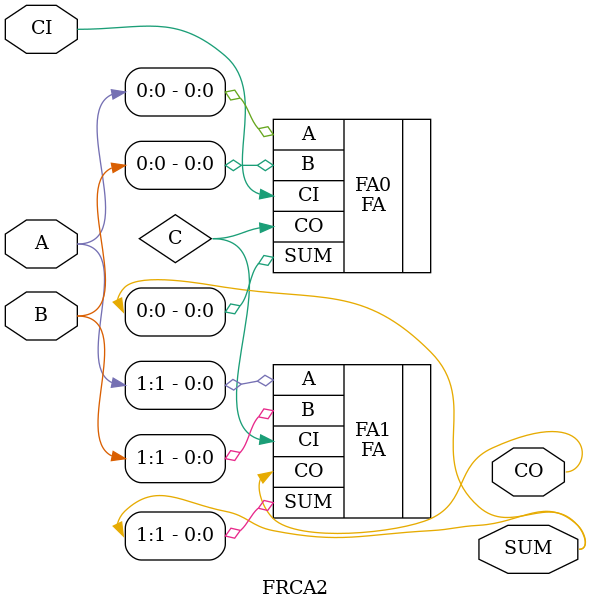
<source format=v>
`timescale 1ns / 1ps


module FRCA2(
    input [1:0] A, B,   // 2-bit inputs
    input CI,           // Carry in
    output [1:0] SUM,   // 2-bit sum output
    output CO           // Carry out
);
    wire C;  // Internal carry between the bits

    // Instantiate the first 1-bit full adder
    FA FA0(
        .A(A[0]),
        .B(B[0]),
        .CI(CI),
        .SUM(SUM[0]),
        .CO(C)
    );

    // Instantiate the second 1-bit full adder
    FA FA1(
        .A(A[1]),
        .B(B[1]),
        .CI(C),
        .SUM(SUM[1]),
        .CO(CO)
    );

endmodule

</source>
